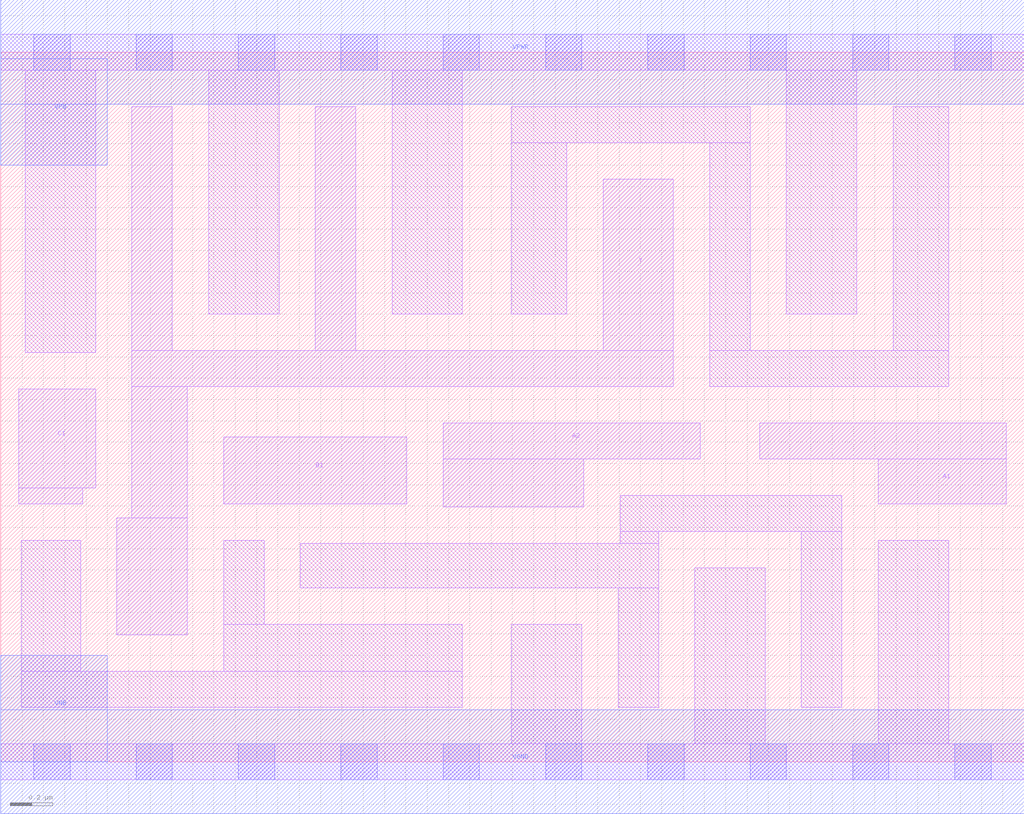
<source format=lef>
# Copyright 2020 The SkyWater PDK Authors
#
# Licensed under the Apache License, Version 2.0 (the "License");
# you may not use this file except in compliance with the License.
# You may obtain a copy of the License at
#
#     https://www.apache.org/licenses/LICENSE-2.0
#
# Unless required by applicable law or agreed to in writing, software
# distributed under the License is distributed on an "AS IS" BASIS,
# WITHOUT WARRANTIES OR CONDITIONS OF ANY KIND, either express or implied.
# See the License for the specific language governing permissions and
# limitations under the License.
#
# SPDX-License-Identifier: Apache-2.0

VERSION 5.5 ;
NAMESCASESENSITIVE ON ;
BUSBITCHARS "[]" ;
DIVIDERCHAR "/" ;
MACRO sky130_fd_sc_lp__o211ai_2
  CLASS CORE ;
  SOURCE USER ;
  ORIGIN  0.000000  0.000000 ;
  SIZE  4.800000 BY  3.330000 ;
  SYMMETRY X Y R90 ;
  SITE unit ;
  PIN A1
    ANTENNAGATEAREA  0.630000 ;
    DIRECTION INPUT ;
    USE SIGNAL ;
    PORT
      LAYER li1 ;
        RECT 3.560000 1.420000 4.715000 1.590000 ;
        RECT 4.115000 1.210000 4.715000 1.420000 ;
    END
  END A1
  PIN A2
    ANTENNAGATEAREA  0.630000 ;
    DIRECTION INPUT ;
    USE SIGNAL ;
    PORT
      LAYER li1 ;
        RECT 2.075000 1.195000 2.735000 1.420000 ;
        RECT 2.075000 1.420000 3.280000 1.590000 ;
    END
  END A2
  PIN B1
    ANTENNAGATEAREA  0.630000 ;
    DIRECTION INPUT ;
    USE SIGNAL ;
    PORT
      LAYER li1 ;
        RECT 1.045000 1.210000 1.905000 1.525000 ;
    END
  END B1
  PIN C1
    ANTENNAGATEAREA  0.630000 ;
    DIRECTION INPUT ;
    USE SIGNAL ;
    PORT
      LAYER li1 ;
        RECT 0.085000 1.210000 0.385000 1.285000 ;
        RECT 0.085000 1.285000 0.445000 1.750000 ;
    END
  END C1
  PIN Y
    ANTENNADIFFAREA  1.293600 ;
    DIRECTION OUTPUT ;
    USE SIGNAL ;
    PORT
      LAYER li1 ;
        RECT 0.545000 0.595000 0.875000 1.145000 ;
        RECT 0.615000 1.145000 0.875000 1.760000 ;
        RECT 0.615000 1.760000 3.155000 1.930000 ;
        RECT 0.615000 1.930000 0.805000 3.075000 ;
        RECT 1.475000 1.930000 1.665000 3.075000 ;
        RECT 2.825000 1.930000 3.155000 2.735000 ;
    END
  END Y
  PIN VGND
    DIRECTION INOUT ;
    USE GROUND ;
    PORT
      LAYER met1 ;
        RECT 0.000000 -0.245000 4.800000 0.245000 ;
    END
  END VGND
  PIN VNB
    DIRECTION INOUT ;
    USE GROUND ;
    PORT
      LAYER met1 ;
        RECT 0.000000 0.000000 0.500000 0.500000 ;
    END
  END VNB
  PIN VPB
    DIRECTION INOUT ;
    USE POWER ;
    PORT
      LAYER met1 ;
        RECT 0.000000 2.800000 0.500000 3.300000 ;
    END
  END VPB
  PIN VPWR
    DIRECTION INOUT ;
    USE POWER ;
    PORT
      LAYER met1 ;
        RECT 0.000000 3.085000 4.800000 3.575000 ;
    END
  END VPWR
  OBS
    LAYER li1 ;
      RECT 0.000000 -0.085000 4.800000 0.085000 ;
      RECT 0.000000  3.245000 4.800000 3.415000 ;
      RECT 0.095000  0.255000 2.165000 0.425000 ;
      RECT 0.095000  0.425000 0.375000 1.040000 ;
      RECT 0.115000  1.920000 0.445000 3.245000 ;
      RECT 0.975000  2.100000 1.305000 3.245000 ;
      RECT 1.045000  0.425000 2.165000 0.645000 ;
      RECT 1.045000  0.645000 1.235000 1.040000 ;
      RECT 1.405000  0.815000 3.085000 1.025000 ;
      RECT 1.835000  2.100000 2.165000 3.245000 ;
      RECT 2.395000  0.085000 2.725000 0.645000 ;
      RECT 2.395000  2.100000 2.655000 2.905000 ;
      RECT 2.395000  2.905000 3.515000 3.075000 ;
      RECT 2.895000  0.255000 3.085000 0.815000 ;
      RECT 2.905000  1.025000 3.085000 1.080000 ;
      RECT 2.905000  1.080000 3.945000 1.250000 ;
      RECT 3.255000  0.085000 3.585000 0.910000 ;
      RECT 3.325000  1.760000 4.445000 1.930000 ;
      RECT 3.325000  1.930000 3.515000 2.905000 ;
      RECT 3.685000  2.100000 4.015000 3.245000 ;
      RECT 3.755000  0.255000 3.945000 1.080000 ;
      RECT 4.115000  0.085000 4.445000 1.040000 ;
      RECT 4.185000  1.930000 4.445000 3.075000 ;
    LAYER mcon ;
      RECT 0.155000 -0.085000 0.325000 0.085000 ;
      RECT 0.155000  3.245000 0.325000 3.415000 ;
      RECT 0.635000 -0.085000 0.805000 0.085000 ;
      RECT 0.635000  3.245000 0.805000 3.415000 ;
      RECT 1.115000 -0.085000 1.285000 0.085000 ;
      RECT 1.115000  3.245000 1.285000 3.415000 ;
      RECT 1.595000 -0.085000 1.765000 0.085000 ;
      RECT 1.595000  3.245000 1.765000 3.415000 ;
      RECT 2.075000 -0.085000 2.245000 0.085000 ;
      RECT 2.075000  3.245000 2.245000 3.415000 ;
      RECT 2.555000 -0.085000 2.725000 0.085000 ;
      RECT 2.555000  3.245000 2.725000 3.415000 ;
      RECT 3.035000 -0.085000 3.205000 0.085000 ;
      RECT 3.035000  3.245000 3.205000 3.415000 ;
      RECT 3.515000 -0.085000 3.685000 0.085000 ;
      RECT 3.515000  3.245000 3.685000 3.415000 ;
      RECT 3.995000 -0.085000 4.165000 0.085000 ;
      RECT 3.995000  3.245000 4.165000 3.415000 ;
      RECT 4.475000 -0.085000 4.645000 0.085000 ;
      RECT 4.475000  3.245000 4.645000 3.415000 ;
  END
END sky130_fd_sc_lp__o211ai_2
END LIBRARY

</source>
